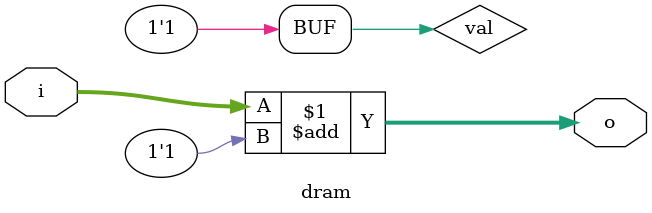
<source format=v>
module dram(input [3:0] i, output [4:0] o);
`ifdef UNPACKED
reg val [0:0];
`else
reg [0:0] val;
`endif
initial val[0] = 1'h1;
assign o = i + val[0];
endmodule

</source>
